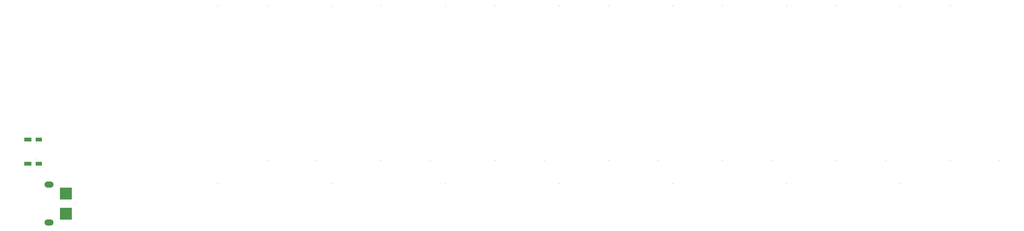
<source format=gbs>
G04*
G04 #@! TF.GenerationSoftware,Altium Limited,Altium Designer,18.1.7 (191)*
G04*
G04 Layer_Color=16711935*
%FSLAX44Y44*%
%MOMM*%
G71*
G01*
G75*
%ADD85C,0.2032*%
%ADD86R,4.2032X4.2032*%
%ADD87O,3.2032X2.2032*%
%ADD88R,2.2032X1.4032*%
%ADD89R,2.5032X1.4032*%
D85*
X3175000Y469648D02*
D03*
Y1022352D02*
D03*
X2999000Y1022000D02*
D03*
X2998000Y387000D02*
D03*
X3351000Y470000D02*
D03*
X2770000Y469648D02*
D03*
Y1022352D02*
D03*
X2594000Y1022000D02*
D03*
X2593000Y387000D02*
D03*
X2946000Y470000D02*
D03*
X1150000Y469648D02*
D03*
Y1022352D02*
D03*
X974000Y1022000D02*
D03*
X973000Y387000D02*
D03*
X1326000Y470000D02*
D03*
X2365000Y469648D02*
D03*
Y1022352D02*
D03*
X2189000Y1022000D02*
D03*
X2188000Y387000D02*
D03*
X2541000Y470000D02*
D03*
X1960000Y469648D02*
D03*
Y1022352D02*
D03*
X1784000Y1022000D02*
D03*
X1783000Y387000D02*
D03*
X2136000Y470000D02*
D03*
X1555000Y469648D02*
D03*
Y1022352D02*
D03*
X1379000Y1022000D02*
D03*
X1378000Y387000D02*
D03*
X1731000Y470000D02*
D03*
X329190Y531000D02*
D03*
Y471000D02*
D03*
X3580000Y469648D02*
D03*
Y1022352D02*
D03*
X3404000Y1022000D02*
D03*
X3403000Y387000D02*
D03*
X3756000Y470000D02*
D03*
D86*
X433000Y351500D02*
D03*
Y279500D02*
D03*
D87*
X373000Y383000D02*
D03*
Y248000D02*
D03*
D88*
X336360Y544200D02*
D03*
Y457700D02*
D03*
D89*
X297760Y544200D02*
D03*
Y457700D02*
D03*
M02*

</source>
